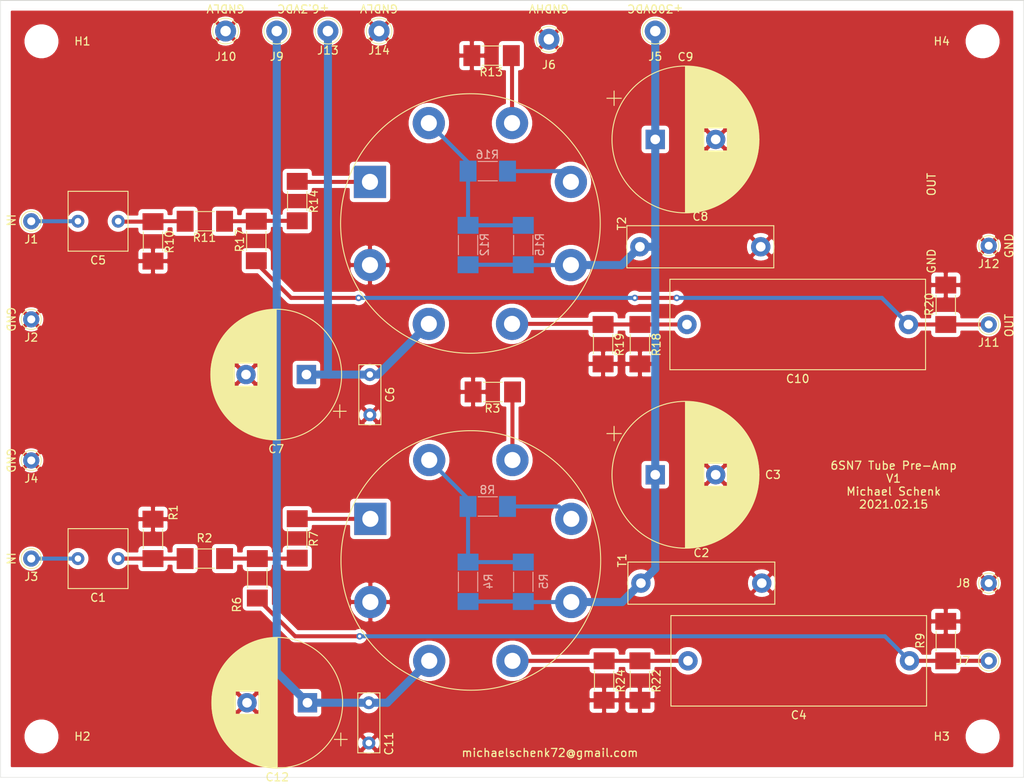
<source format=kicad_pcb>
(kicad_pcb (version 20171130) (host pcbnew "(5.1.9-0-10_14)")
  (layers (0 F.Cu signal) (31 B.Cu signal) (34 B.Paste user) (35 F.Paste user) (36 B.SilkS user) (37 F.SilkS user) (38 B.Mask user) (39 F.Mask user) (44 Edge.Cuts user))
  (net 0 "")
  (net 1 "Net-(C1-Pad2)")
  (net 2 "Net-(C1-Pad1)")
  (net 3 GND)
  (net 4 VDDA)
  (net 5 "Net-(C4-Pad2)")
  (net 6 "Net-(C4-Pad1)")
  (net 7 "Net-(R2-Pad1)")
  (net 8 "Net-(R3-Pad1)")
  (net 9 "Net-(R4-Pad2)")
  (net 10 "Net-(C5-Pad2)")
  (net 11 "Net-(C5-Pad1)")
  (net 12 "Net-(R11-Pad1)")
  (net 13 "Net-(C10-Pad2)")
  (net 14 "Net-(C10-Pad1)")
  (net 15 "Net-(R7-Pad1)")
  (net 16 "Net-(R8-Pad1)")
  (net 17 "Net-(R12-Pad2)")
  (net 18 "Net-(R13-Pad1)")
  (net 19 "Net-(R14-Pad1)")
  (net 20 "Net-(R16-Pad1)")
  (net 21 VDDF2)
  (net 22 VDDF1)
  (module Connector_Pin:Pin_D1.3mm_L11.0mm (layer F.Cu) (at 86.36 69.85)
    (fp_text reference J14 (at 0 2.4) (layer F.SilkS))
    (fp_text value GNDLV)
    (pad 1 thru_hole circle (at 0 0) (size 2.6 2.6) (drill 1.3) (layers *.Cu *.Mask) (net 3 GND))
  )
  (module Connector_Pin:Pin_D1.3mm_L11.0mm (layer F.Cu) (at 80.01 69.85)
    (fp_text reference J13 (at 0 2.4) (layer F.SilkS))
    (fp_text value LV2)
    (pad 1 thru_hole circle (at 0 0) (size 2.6 2.6) (drill 1.3) (layers *.Cu *.Mask) (net 21 VDDF2))
  )
  (module Capacitor_THT:C_Rect_L31.5mm_W11.0mm_P27.50mm_MKS4 (layer F.Cu) (at 152.087 106.299 180)
    (fp_text reference C10 (at 13.75 -6.75) (layer F.SilkS))
    (fp_text value 2.2uF)
    (pad 2 thru_hole circle (at 27.5 0 180) (size 2.4 2.4) (drill 1.2) (layers *.Cu *.Mask) (net 13 "Net-(C10-Pad2)"))
    (pad 1 thru_hole circle (at 0 0 180) (size 2.4 2.4) (drill 1.2) (layers *.Cu *.Mask) (net 14 "Net-(C10-Pad1)"))
  )
  (module Capacitor_THT:C_Rect_L18.0mm_W5.0mm_P15.00mm_FKS3_FKP3 (layer F.Cu) (at 118.745 96.647)
    (fp_text reference C8 (at 7.5 -3.75) (layer F.SilkS))
    (fp_text value 100nF)
    (pad 2 thru_hole circle (at 15 0) (size 2.4 2.4) (drill 1.2) (layers *.Cu *.Mask) (net 3 GND))
    (pad 1 thru_hole circle (at 0 0) (size 2.4 2.4) (drill 1.2) (layers *.Cu *.Mask) (net 4 VDDA))
  )
  (module Capacitor_THT:C_Rect_L31.5mm_W11.0mm_P27.50mm_MKS4 (layer F.Cu) (at 152.214 148.082 180)
    (fp_text reference C4 (at 13.75 -6.75) (layer F.SilkS))
    (fp_text value 2.2uF)
    (pad 2 thru_hole circle (at 27.5 0 180) (size 2.4 2.4) (drill 1.2) (layers *.Cu *.Mask) (net 5 "Net-(C4-Pad2)"))
    (pad 1 thru_hole circle (at 0 0 180) (size 2.4 2.4) (drill 1.2) (layers *.Cu *.Mask) (net 6 "Net-(C4-Pad1)"))
  )
  (module Capacitor_THT:C_Rect_L18.0mm_W5.0mm_P15.00mm_FKS3_FKP3 (layer F.Cu) (at 118.872 138.43)
    (fp_text reference C2 (at 7.5 -3.75) (layer F.SilkS))
    (fp_text value 100nF)
    (pad 2 thru_hole circle (at 15 0) (size 2.4 2.4) (drill 1.2) (layers *.Cu *.Mask) (net 3 GND))
    (pad 1 thru_hole circle (at 0 0) (size 2.4 2.4) (drill 1.2) (layers *.Cu *.Mask) (net 4 VDDA))
  )
  (module kicad-snk:TubeOctal (layer F.Cu) (at 97.703774 93.752373 270)
    (fp_text reference T2 (at 0 -18.795 90) (layer F.SilkS))
    (fp_text value 6SN7GT)
    (pad 8 thru_hole oval (at 5.166226 12.472373 270) (size 4 4) (drill 2) (layers *.Cu *.Mask) (net 3 GND))
    (pad 7 thru_hole oval (at 12.472373 5.166226 270) (size 4 4) (drill 2) (layers *.Cu *.Mask) (net 21 VDDF2))
    (pad 6 thru_hole oval (at 12.472373 -5.166226 270) (size 4 4) (drill 2) (layers *.Cu *.Mask) (net 13 "Net-(C10-Pad2)"))
    (pad 5 thru_hole oval (at 5.166226 -12.472373 270) (size 4 4) (drill 2) (layers *.Cu *.Mask) (net 4 VDDA))
    (pad 4 thru_hole oval (at -5.166226 -12.472373 270) (size 4 4) (drill 2) (layers *.Cu *.Mask) (net 20 "Net-(R16-Pad1)"))
    (pad 3 thru_hole oval (at -12.472373 -5.166226 270) (size 4 4) (drill 2) (layers *.Cu *.Mask) (net 18 "Net-(R13-Pad1)"))
    (pad 2 thru_hole oval (at -12.472373 5.166226 270) (size 4 4) (drill 2) (layers *.Cu *.Mask) (net 17 "Net-(R12-Pad2)"))
    (pad 1 thru_hole rect (at -5.166226 12.472373 270) (size 4 4) (drill 2) (layers *.Cu *.Mask) (net 19 "Net-(R14-Pad1)"))
  )
  (module kicad-snk:TubeOctal (layer F.Cu) (at 97.752873 135.613274 270)
    (fp_text reference T1 (at 0 -18.795 90) (layer F.SilkS))
    (fp_text value 6SN7GT)
    (pad 8 thru_hole oval (at 5.166226 12.472373 270) (size 4 4) (drill 2) (layers *.Cu *.Mask) (net 3 GND))
    (pad 7 thru_hole oval (at 12.472373 5.166226 270) (size 4 4) (drill 2) (layers *.Cu *.Mask) (net 22 VDDF1))
    (pad 6 thru_hole oval (at 12.472373 -5.166226 270) (size 4 4) (drill 2) (layers *.Cu *.Mask) (net 5 "Net-(C4-Pad2)"))
    (pad 5 thru_hole oval (at 5.166226 -12.472373 270) (size 4 4) (drill 2) (layers *.Cu *.Mask) (net 4 VDDA))
    (pad 4 thru_hole oval (at -5.166226 -12.472373 270) (size 4 4) (drill 2) (layers *.Cu *.Mask) (net 16 "Net-(R8-Pad1)"))
    (pad 3 thru_hole oval (at -12.472373 -5.166226 270) (size 4 4) (drill 2) (layers *.Cu *.Mask) (net 8 "Net-(R3-Pad1)"))
    (pad 2 thru_hole oval (at -12.472373 5.166226 270) (size 4 4) (drill 2) (layers *.Cu *.Mask) (net 9 "Net-(R4-Pad2)"))
    (pad 1 thru_hole rect (at -5.166226 12.472373 270) (size 4 4) (drill 2) (layers *.Cu *.Mask) (net 15 "Net-(R7-Pad1)"))
  )
  (module Resistor_SMD:R_MELF_MMB-0207 (layer F.Cu) (at 114.3 150.532 270)
    (fp_text reference R24 (at 0.05 -2.05 90) (layer F.SilkS))
    (fp_text value 47k/1W)
    (pad 2 smd rect (at 2.45 0 270) (size 2.1 2.6) (layers F.Cu F.Paste F.Mask) (net 3 GND))
    (pad 1 smd rect (at -2.45 0 270) (size 2.1 2.6) (layers F.Cu F.Paste F.Mask) (net 5 "Net-(C4-Pad2)"))
  )
  (module Resistor_SMD:R_MELF_MMB-0207 (layer F.Cu) (at 118.745 150.532 270)
    (fp_text reference R22 (at 0.05 -2.05 90) (layer F.SilkS))
    (fp_text value 47k/1W)
    (pad 2 smd rect (at 2.45 0 270) (size 2.1 2.6) (layers F.Cu F.Paste F.Mask) (net 3 GND))
    (pad 1 smd rect (at -2.45 0 270) (size 2.1 2.6) (layers F.Cu F.Paste F.Mask) (net 5 "Net-(C4-Pad2)"))
  )
  (module Resistor_SMD:R_MELF_MMB-0207 (layer F.Cu) (at 156.718 103.849 90)
    (fp_text reference R20 (at 0.05 -2.05 90) (layer F.SilkS))
    (fp_text value 1Meg)
    (pad 2 smd rect (at 2.45 0 90) (size 2.1 2.6) (layers F.Cu F.Paste F.Mask) (net 3 GND))
    (pad 1 smd rect (at -2.45 0 90) (size 2.1 2.6) (layers F.Cu F.Paste F.Mask) (net 14 "Net-(C10-Pad1)"))
  )
  (module Resistor_SMD:R_MELF_MMB-0207 (layer F.Cu) (at 114.173 108.749 270)
    (fp_text reference R19 (at 0.05 -2.05 90) (layer F.SilkS))
    (fp_text value 47k/1W)
    (pad 2 smd rect (at 2.45 0 270) (size 2.1 2.6) (layers F.Cu F.Paste F.Mask) (net 3 GND))
    (pad 1 smd rect (at -2.45 0 270) (size 2.1 2.6) (layers F.Cu F.Paste F.Mask) (net 13 "Net-(C10-Pad2)"))
  )
  (module Resistor_SMD:R_MELF_MMB-0207 (layer F.Cu) (at 118.745 108.749 270)
    (fp_text reference R18 (at 0.05 -2.05 90) (layer F.SilkS))
    (fp_text value 47k/1W)
    (pad 2 smd rect (at 2.45 0 270) (size 2.1 2.6) (layers F.Cu F.Paste F.Mask) (net 3 GND))
    (pad 1 smd rect (at -2.45 0 270) (size 2.1 2.6) (layers F.Cu F.Paste F.Mask) (net 13 "Net-(C10-Pad2)"))
  )
  (module Resistor_SMD:R_MELF_MMB-0207 (layer F.Cu) (at 71.12 95.922 90)
    (fp_text reference R17 (at 0.05 -2.05 90) (layer F.SilkS))
    (fp_text value 100k)
    (pad 2 smd rect (at 2.45 0 90) (size 2.1 2.6) (layers F.Cu F.Paste F.Mask) (net 12 "Net-(R11-Pad1)"))
    (pad 1 smd rect (at -2.45 0 90) (size 2.1 2.6) (layers F.Cu F.Paste F.Mask) (net 14 "Net-(C10-Pad1)"))
  )
  (module Resistor_SMD:R_MELF_MMB-0207 (layer B.Cu) (at 99.859 87.249 180)
    (fp_text reference R16 (at 0.05 2.05) (layer B.SilkS) (effects (justify mirror)))
    (fp_text value 100R)
    (pad 2 smd rect (at 2.45 0 180) (size 2.1 2.6) (layers B.Cu B.Paste B.Mask) (net 17 "Net-(R12-Pad2)"))
    (pad 1 smd rect (at -2.45 0 180) (size 2.1 2.6) (layers B.Cu B.Paste B.Mask) (net 20 "Net-(R16-Pad1)"))
  )
  (module Resistor_SMD:R_MELF_MMB-0207 (layer B.Cu) (at 104.267 96.43 90)
    (fp_text reference R15 (at 0.05 2.05 270) (layer B.SilkS) (effects (justify mirror)))
    (fp_text value 47k/1W)
    (pad 2 smd rect (at 2.45 0 90) (size 2.1 2.6) (layers B.Cu B.Paste B.Mask) (net 17 "Net-(R12-Pad2)"))
    (pad 1 smd rect (at -2.45 0 90) (size 2.1 2.6) (layers B.Cu B.Paste B.Mask) (net 4 VDDA))
  )
  (module Resistor_SMD:R_MELF_MMB-0207 (layer F.Cu) (at 76.2 90.969 270)
    (fp_text reference R14 (at 0.05 -2.05 90) (layer F.SilkS))
    (fp_text value 100R)
    (pad 2 smd rect (at 2.45 0 270) (size 2.1 2.6) (layers F.Cu F.Paste F.Mask) (net 12 "Net-(R11-Pad1)"))
    (pad 1 smd rect (at -2.45 0 270) (size 2.1 2.6) (layers F.Cu F.Paste F.Mask) (net 19 "Net-(R14-Pad1)"))
  )
  (module Resistor_SMD:R_MELF_MMB-0207 (layer F.Cu) (at 100.33 72.898 180)
    (fp_text reference R13 (at 0.05 -2.05) (layer F.SilkS))
    (fp_text value 1k)
    (pad 2 smd rect (at 2.45 0 180) (size 2.1 2.6) (layers F.Cu F.Paste F.Mask) (net 3 GND))
    (pad 1 smd rect (at -2.45 0 180) (size 2.1 2.6) (layers F.Cu F.Paste F.Mask) (net 18 "Net-(R13-Pad1)"))
  )
  (module Resistor_SMD:R_MELF_MMB-0207 (layer B.Cu) (at 97.409 96.43 90)
    (fp_text reference R12 (at 0.05 2.05 270) (layer B.SilkS) (effects (justify mirror)))
    (fp_text value 47k/1W)
    (pad 2 smd rect (at 2.45 0 90) (size 2.1 2.6) (layers B.Cu B.Paste B.Mask) (net 17 "Net-(R12-Pad2)"))
    (pad 1 smd rect (at -2.45 0 90) (size 2.1 2.6) (layers B.Cu B.Paste B.Mask) (net 4 VDDA))
  )
  (module Resistor_SMD:R_MELF_MMB-0207 (layer F.Cu) (at 64.733 93.472 180)
    (fp_text reference R11 (at 0.05 -2.05) (layer F.SilkS))
    (fp_text value 47k)
    (pad 2 smd rect (at 2.45 0 180) (size 2.1 2.6) (layers F.Cu F.Paste F.Mask) (net 11 "Net-(C5-Pad1)"))
    (pad 1 smd rect (at -2.45 0 180) (size 2.1 2.6) (layers F.Cu F.Paste F.Mask) (net 12 "Net-(R11-Pad1)"))
  )
  (module Resistor_SMD:R_MELF_MMB-0207 (layer F.Cu) (at 58.293 95.975 270)
    (fp_text reference R10 (at 0.05 -2.05 90) (layer F.SilkS))
    (fp_text value 1Meg)
    (pad 2 smd rect (at 2.45 0 270) (size 2.1 2.6) (layers F.Cu F.Paste F.Mask) (net 3 GND))
    (pad 1 smd rect (at -2.45 0 270) (size 2.1 2.6) (layers F.Cu F.Paste F.Mask) (net 11 "Net-(C5-Pad1)"))
  )
  (module Resistor_SMD:R_MELF_MMB-0207 (layer B.Cu) (at 99.859 128.905 180)
    (fp_text reference R8 (at 0.05 2.05) (layer B.SilkS) (effects (justify mirror)))
    (fp_text value 100R)
    (pad 2 smd rect (at 2.45 0 180) (size 2.1 2.6) (layers B.Cu B.Paste B.Mask) (net 9 "Net-(R4-Pad2)"))
    (pad 1 smd rect (at -2.45 0 180) (size 2.1 2.6) (layers B.Cu B.Paste B.Mask) (net 16 "Net-(R8-Pad1)"))
  )
  (module Resistor_SMD:R_MELF_MMB-0207 (layer F.Cu) (at 76.2 132.879 270)
    (fp_text reference R7 (at 0.05 -2.05 90) (layer F.SilkS))
    (fp_text value 100R)
    (pad 2 smd rect (at 2.45 0 270) (size 2.1 2.6) (layers F.Cu F.Paste F.Mask) (net 7 "Net-(R2-Pad1)"))
    (pad 1 smd rect (at -2.45 0 270) (size 2.1 2.6) (layers F.Cu F.Paste F.Mask) (net 15 "Net-(R7-Pad1)"))
  )
  (module Resistor_SMD:R_MELF_MMB-0207 (layer F.Cu) (at 100.4835 114.681 180)
    (fp_text reference R3 (at 0.05 -2.05) (layer F.SilkS))
    (fp_text value 1k)
    (pad 2 smd rect (at 2.45 0 180) (size 2.1 2.6) (layers F.Cu F.Paste F.Mask) (net 3 GND))
    (pad 1 smd rect (at -2.45 0 180) (size 2.1 2.6) (layers F.Cu F.Paste F.Mask) (net 8 "Net-(R3-Pad1)"))
  )
  (module Connector_Pin:Pin_D1.0mm_L10.0mm (layer F.Cu) (at 162.052 96.52)
    (fp_text reference J12 (at 0 2.25) (layer F.SilkS))
    (fp_text value GNDOUT)
    (pad 1 thru_hole circle (at 0 0) (size 2 2) (drill 1) (layers *.Cu *.Mask) (net 3 GND))
  )
  (module Connector_Pin:Pin_D1.0mm_L10.0mm (layer F.Cu) (at 162.052 106.299)
    (fp_text reference J11 (at 0 2.25) (layer F.SilkS))
    (fp_text value OUT)
    (pad 1 thru_hole circle (at 0 0) (size 2 2) (drill 1) (layers *.Cu *.Mask) (net 14 "Net-(C10-Pad1)"))
  )
  (module Connector_Pin:Pin_D1.0mm_L10.0mm (layer F.Cu) (at 43.18 105.664)
    (fp_text reference J2 (at 0 2.25) (layer F.SilkS))
    (fp_text value GNDIN)
    (pad 1 thru_hole circle (at 0 0) (size 2 2) (drill 1) (layers *.Cu *.Mask) (net 3 GND))
  )
  (module Connector_Pin:Pin_D1.0mm_L10.0mm (layer F.Cu) (at 43.18 93.472)
    (fp_text reference J1 (at 0 2.25) (layer F.SilkS))
    (fp_text value IN)
    (pad 1 thru_hole circle (at 0 0) (size 2 2) (drill 1) (layers *.Cu *.Mask) (net 10 "Net-(C5-Pad2)"))
  )
  (module Capacitor_THT:CP_Radial_D18.0mm_P7.50mm (layer F.Cu) (at 120.65 83.312)
    (fp_text reference C9 (at 3.75 -10.25) (layer F.SilkS))
    (fp_text value 100uF)
    (pad 2 thru_hole circle (at 7.5 0) (size 2.4 2.4) (drill 1.2) (layers *.Cu *.Mask) (net 3 GND))
    (pad 1 thru_hole rect (at 0 0) (size 2.4 2.4) (drill 1.2) (layers *.Cu *.Mask) (net 4 VDDA))
  )
  (module Capacitor_THT:CP_Radial_D16.0mm_P7.50mm (layer F.Cu) (at 77.343 112.522 180)
    (fp_text reference C7 (at 3.75 -9.25) (layer F.SilkS))
    (fp_text value 2200uF)
    (pad 2 thru_hole circle (at 7.5 0 180) (size 2.4 2.4) (drill 1.2) (layers *.Cu *.Mask) (net 3 GND))
    (pad 1 thru_hole rect (at 0 0 180) (size 2.4 2.4) (drill 1.2) (layers *.Cu *.Mask) (net 21 VDDF2))
  )
  (module Capacitor_THT:C_Rect_L7.2mm_W2.5mm_P5.00mm_FKS2_FKP2_MKS2_MKP2 (layer F.Cu) (at 85.217 112.522 270)
    (fp_text reference C6 (at 2.5 -2.5 90) (layer F.SilkS))
    (fp_text value 100nF)
    (pad 2 thru_hole circle (at 5 0 270) (size 1.6 1.6) (drill 0.8) (layers *.Cu *.Mask) (net 3 GND))
    (pad 1 thru_hole circle (at 0 0 270) (size 1.6 1.6) (drill 0.8) (layers *.Cu *.Mask) (net 21 VDDF2))
  )
  (module Capacitor_THT:C_Rect_L7.2mm_W7.2mm_P5.00mm_FKS2_FKP2_MKS2_MKP2 (layer F.Cu) (at 53.975 93.472 180)
    (fp_text reference C5 (at 2.5 -4.85) (layer F.SilkS))
    (fp_text value 3.3uF)
    (pad 2 thru_hole circle (at 5 0 180) (size 1.6 1.6) (drill 0.8) (layers *.Cu *.Mask) (net 10 "Net-(C5-Pad2)"))
    (pad 1 thru_hole circle (at 0 0 180) (size 1.6 1.6) (drill 0.8) (layers *.Cu *.Mask) (net 11 "Net-(C5-Pad1)"))
  )
  (module Capacitor_THT:CP_Radial_D16.0mm_P7.50mm (layer F.Cu) (at 77.47 153.289 180)
    (fp_text reference C12 (at 3.75 -9.25) (layer F.SilkS))
    (fp_text value 2200uF)
    (pad 2 thru_hole circle (at 7.5 0 180) (size 2.4 2.4) (drill 1.2) (layers *.Cu *.Mask) (net 3 GND))
    (pad 1 thru_hole rect (at 0 0 180) (size 2.4 2.4) (drill 1.2) (layers *.Cu *.Mask) (net 22 VDDF1))
  )
  (module Capacitor_THT:C_Rect_L7.2mm_W2.5mm_P5.00mm_FKS2_FKP2_MKS2_MKP2 (layer F.Cu) (at 85.09 153.289 270)
    (fp_text reference C11 (at 5.08 -2.5 90) (layer F.SilkS))
    (fp_text value 100nF)
    (pad 2 thru_hole circle (at 5 0 270) (size 1.6 1.6) (drill 0.8) (layers *.Cu *.Mask) (net 3 GND))
    (pad 1 thru_hole circle (at 0 0 270) (size 1.6 1.6) (drill 0.8) (layers *.Cu *.Mask) (net 22 VDDF1))
  )
  (module Connector_Pin:Pin_D1.3mm_L11.0mm (layer F.Cu) (at 67.31 69.85)
    (fp_text reference J10 (at 0 3.175) (layer F.SilkS))
    (fp_text value GNDLV)
    (pad 1 thru_hole circle (at 0 0) (size 2.6 2.6) (drill 1.3) (layers *.Cu *.Mask) (net 3 GND))
  )
  (module Connector_Pin:Pin_D1.3mm_L11.0mm (layer F.Cu) (at 73.66 69.85)
    (fp_text reference J9 (at 0 3.175) (layer F.SilkS))
    (fp_text value LV1)
    (pad 1 thru_hole circle (at 0 0) (size 2.6 2.6) (drill 1.3) (layers *.Cu *.Mask) (net 22 VDDF1))
  )
  (module Resistor_SMD:R_MELF_MMB-0207 (layer F.Cu) (at 156.718 145.632 90)
    (fp_text reference R9 (at 0.05 -3.175 90) (layer F.SilkS))
    (fp_text value 1Meg)
    (pad 2 smd rect (at 2.45 0 90) (size 2.1 2.6) (layers F.Cu F.Paste F.Mask) (net 3 GND))
    (pad 1 smd rect (at -2.45 0 90) (size 2.1 2.6) (layers F.Cu F.Paste F.Mask) (net 6 "Net-(C4-Pad1)"))
  )
  (module Resistor_SMD:R_MELF_MMB-0207 (layer F.Cu) (at 71.247 137.832 90)
    (fp_text reference R6 (at -3.265 -2.54 90) (layer F.SilkS))
    (fp_text value 100k)
    (pad 2 smd rect (at 2.45 0 90) (size 2.1 2.6) (layers F.Cu F.Paste F.Mask) (net 7 "Net-(R2-Pad1)"))
    (pad 1 smd rect (at -2.45 0 90) (size 2.1 2.6) (layers F.Cu F.Paste F.Mask) (net 6 "Net-(C4-Pad1)"))
  )
  (module Resistor_SMD:R_MELF_MMB-0207 (layer B.Cu) (at 104.267 138.266 90)
    (fp_text reference R5 (at 0.05 2.54 270) (layer B.SilkS) (effects (justify mirror)))
    (fp_text value 47k/1W)
    (pad 2 smd rect (at 2.45 0 90) (size 2.1 2.6) (layers B.Cu B.Paste B.Mask) (net 9 "Net-(R4-Pad2)"))
    (pad 1 smd rect (at -2.45 0 90) (size 2.1 2.6) (layers B.Cu B.Paste B.Mask) (net 4 VDDA))
  )
  (module Resistor_SMD:R_MELF_MMB-0207 (layer B.Cu) (at 97.409 138.266 90)
    (fp_text reference R4 (at 0.05 2.54 270) (layer B.SilkS) (effects (justify mirror)))
    (fp_text value 47k/1W)
    (pad 2 smd rect (at 2.45 0 90) (size 2.1 2.6) (layers B.Cu B.Paste B.Mask) (net 9 "Net-(R4-Pad2)"))
    (pad 1 smd rect (at -2.45 0 90) (size 2.1 2.6) (layers B.Cu B.Paste B.Mask) (net 4 VDDA))
  )
  (module Resistor_SMD:R_MELF_MMB-0207 (layer F.Cu) (at 64.733 135.382 180)
    (fp_text reference R2 (at 0.05 2.54) (layer F.SilkS))
    (fp_text value 47k)
    (pad 2 smd rect (at 2.45 0 180) (size 2.1 2.6) (layers F.Cu F.Paste F.Mask) (net 2 "Net-(C1-Pad1)"))
    (pad 1 smd rect (at -2.45 0 180) (size 2.1 2.6) (layers F.Cu F.Paste F.Mask) (net 7 "Net-(R2-Pad1)"))
  )
  (module Resistor_SMD:R_MELF_MMB-0207 (layer F.Cu) (at 58.293 132.932 90)
    (fp_text reference R1 (at 3.265 2.54 90) (layer F.SilkS))
    (fp_text value 1Meg)
    (pad 2 smd rect (at 2.45 0 90) (size 2.1 2.6) (layers F.Cu F.Paste F.Mask) (net 3 GND))
    (pad 1 smd rect (at -2.45 0 90) (size 2.1 2.6) (layers F.Cu F.Paste F.Mask) (net 2 "Net-(C1-Pad1)"))
  )
  (module Connector_Pin:Pin_D1.0mm_L10.0mm (layer F.Cu) (at 162.052 138.43)
    (fp_text reference J8 (at -3.175 0) (layer F.SilkS))
    (fp_text value GNDOUT)
    (pad 1 thru_hole circle (at 0 0) (size 2 2) (drill 1) (layers *.Cu *.Mask) (net 3 GND))
  )
  (module Connector_Pin:Pin_D1.0mm_L10.0mm (layer F.Cu) (at 162.052 148.082)
    (fp_text reference J7 (at -3.175 0) (layer F.SilkS))
    (fp_text value OUT)
    (pad 1 thru_hole circle (at 0 0) (size 2 2) (drill 1) (layers *.Cu *.Mask) (net 6 "Net-(C4-Pad1)"))
  )
  (module Connector_Pin:Pin_D1.3mm_L11.0mm (layer F.Cu) (at 107.442 70.866)
    (fp_text reference J6 (at 0 3.175) (layer F.SilkS))
    (fp_text value GNDHV)
    (pad 1 thru_hole circle (at 0 0) (size 2.6 2.6) (drill 1.3) (layers *.Cu *.Mask) (net 3 GND))
  )
  (module Connector_Pin:Pin_D1.3mm_L11.0mm (layer F.Cu) (at 120.65 69.85)
    (fp_text reference J5 (at 0 3.175) (layer F.SilkS))
    (fp_text value HV)
    (pad 1 thru_hole circle (at 0 0) (size 2.6 2.6) (drill 1.3) (layers *.Cu *.Mask) (net 4 VDDA))
  )
  (module Connector_Pin:Pin_D1.0mm_L10.0mm (layer F.Cu) (at 43.18 123.19)
    (fp_text reference J4 (at 0 2.25) (layer F.SilkS))
    (fp_text value GNDIN)
    (pad 1 thru_hole circle (at 0 0) (size 2 2) (drill 1) (layers *.Cu *.Mask) (net 3 GND))
  )
  (module Connector_Pin:Pin_D1.0mm_L10.0mm (layer F.Cu) (at 43.18 135.382)
    (fp_text reference J3 (at 0 2.25) (layer F.SilkS))
    (fp_text value IN)
    (pad 1 thru_hole circle (at 0 0) (size 2 2) (drill 1) (layers *.Cu *.Mask) (net 1 "Net-(C1-Pad2)"))
  )
  (module MountingHole:MountingHole_3.2mm_M3 (layer F.Cu) (at 161.29 71.12)
    (fp_text reference H4 (at -5.08 0) (layer F.SilkS))
    (fp_text value MountingHole)
    (pad 1 np_thru_hole circle (at 0 0) (size 3.2 3.2) (drill 3.2) (layers *.Cu *.Mask))
  )
  (module MountingHole:MountingHole_3.2mm_M3 (layer F.Cu) (at 161.29 157.48)
    (fp_text reference H3 (at -5.08 0) (layer F.SilkS))
    (fp_text value MountingHole)
    (pad 1 np_thru_hole circle (at 0 0) (size 3.2 3.2) (drill 3.2) (layers *.Cu *.Mask))
  )
  (module MountingHole:MountingHole_3.2mm_M3 (layer F.Cu) (at 44.45 157.48)
    (fp_text reference H2 (at 5.08 0) (layer F.SilkS))
    (fp_text value MountingHole)
    (pad 1 np_thru_hole circle (at 0 0) (size 3.2 3.2) (drill 3.2) (layers *.Cu *.Mask))
  )
  (module MountingHole:MountingHole_3.2mm_M3 (layer F.Cu) (at 44.45 71.12)
    (fp_text reference H1 (at 5.08 0) (layer F.SilkS))
    (fp_text value MountingHole)
    (pad 1 np_thru_hole circle (at 0 0) (size 3.2 3.2) (drill 3.2) (layers *.Cu *.Mask))
  )
  (module Capacitor_THT:CP_Radial_D18.0mm_P7.50mm (layer F.Cu) (at 120.65 124.968)
    (fp_text reference C3 (at 14.605 0) (layer F.SilkS))
    (fp_text value 100uF)
    (pad 2 thru_hole circle (at 7.5 0) (size 2.4 2.4) (drill 1.2) (layers *.Cu *.Mask) (net 3 GND))
    (pad 1 thru_hole rect (at 0 0) (size 2.4 2.4) (drill 1.2) (layers *.Cu *.Mask) (net 4 VDDA))
  )
  (module Capacitor_THT:C_Rect_L7.2mm_W7.2mm_P5.00mm_FKS2_FKP2_MKS2_MKP2 (layer F.Cu) (at 53.975 135.382 180)
    (fp_text reference C1 (at 2.5 -4.85) (layer F.SilkS))
    (fp_text value 3.3uF)
    (pad 2 thru_hole circle (at 5 0 180) (size 1.6 1.6) (drill 0.8) (layers *.Cu *.Mask) (net 1 "Net-(C1-Pad2)"))
    (pad 1 thru_hole circle (at 0 0 180) (size 1.6 1.6) (drill 0.8) (layers *.Cu *.Mask) (net 2 "Net-(C1-Pad1)"))
  )
  (gr_text GNDLV (at 86.36 67.056 180) (layer F.SilkS) (effects (font (size 1 1))))
  (gr_line (start 39.37 162.56) (end 39.37 66.04) (layer Edge.Cuts) (width 0.05))
  (gr_line (start 166.37 162.56) (end 39.37 162.56) (layer Edge.Cuts) (width 0.05))
  (gr_line (start 166.37 66.04) (end 166.37 162.56) (layer Edge.Cuts) (width 0.05))
  (gr_text GNDLV (at 67.31 67.056 180) (layer F.SilkS) (effects (font (size 1 1))))
  (gr_text GNDHV (at 107.442 67.056 180) (layer F.SilkS) (effects (font (size 1 1))))
  (gr_text +6.3VDC (at 76.962 67.056 180) (layer F.SilkS) (effects (font (size 1 1))))
  (gr_text +300VDC (at 120.65 67.056 180) (layer F.SilkS) (effects (font (size 1 1))))
  (gr_text OUT (at 154.94 88.9 90) (layer F.SilkS) (effects (font (size 1 1))))
  (gr_text OUT (at 164.592 106.426 90) (layer F.SilkS) (effects (font (size 1 1))))
  (gr_text GND (at 164.592 96.52 90) (layer F.SilkS) (effects (font (size 1 1))))
  (gr_text GND (at 154.94 98.425 90) (layer F.SilkS) (effects (font (size 1 1))))
  (gr_text GND (at 40.64 105.664 270) (layer F.SilkS) (effects (font (size 1 1))))
  (gr_text GND (at 40.64 123.19 270) (layer F.SilkS) (effects (font (size 1 1))))
  (gr_text IN (at 40.64 135.382 270) (layer F.SilkS) (effects (font (size 1 1))))
  (gr_text IN (at 40.64 93.345 270) (layer F.SilkS) (effects (font (size 1 1))))
  (gr_text "6SN7 Tube Pre-Amp\nV1\nMichael Schenk\n2021.02.15" (at 150.241 126.238) (layer F.SilkS) (effects (font (size 1 1))))
  (gr_text michaelschenk72@gmail.com (at 107.569 159.512) (layer F.SilkS) (effects (font (size 1 1))))
  (gr_line (start 39.37 66.04) (end 166.37 66.04) (layer Edge.Cuts) (width 0.1))
  (segment (start 43.18 135.382) (end 48.975 135.382) (width 0.5) (layer B.Cu) (net 1))
  (segment (start 53.975 135.382) (end 58.293 135.382) (width 0.5) (layer F.Cu) (net 2))
  (segment (start 58.293 135.382) (end 62.283 135.382) (width 0.5) (layer F.Cu) (net 2))
  (segment (start 104.3305 140.7795) (end 104.267 140.716) (width 0.5) (layer B.Cu) (net 4))
  (segment (start 110.225246 140.7795) (end 104.3305 140.7795) (width 0.5) (layer B.Cu) (net 4))
  (segment (start 104.267 140.716) (end 97.409 140.716) (width 0.5) (layer B.Cu) (net 4))
  (segment (start 104.305599 98.918599) (end 104.267 98.88) (width 0.5) (layer B.Cu) (net 4))
  (segment (start 110.176147 98.918599) (end 104.305599 98.918599) (width 0.5) (layer B.Cu) (net 4))
  (segment (start 104.267 98.88) (end 97.409 98.88) (width 0.5) (layer B.Cu) (net 4))
  (segment (start 120.65 69.85) (end 120.65 83.312) (width 1) (layer B.Cu) (net 4))
  (segment (start 118.745 96.647) (end 120.65 96.647) (width 1) (layer B.Cu) (net 4))
  (segment (start 120.65 96.647) (end 120.65 124.968) (width 1) (layer B.Cu) (net 4))
  (segment (start 120.65 83.312) (end 120.65 96.647) (width 1) (layer B.Cu) (net 4))
  (segment (start 116.473401 98.918599) (end 118.745 96.647) (width 1) (layer B.Cu) (net 4))
  (segment (start 110.176147 98.918599) (end 116.473401 98.918599) (width 1) (layer B.Cu) (net 4))
  (segment (start 116.5225 140.7795) (end 118.872 138.43) (width 1) (layer B.Cu) (net 4))
  (segment (start 110.225246 140.7795) (end 116.5225 140.7795) (width 1) (layer B.Cu) (net 4))
  (segment (start 120.65 136.652) (end 118.872 138.43) (width 1) (layer B.Cu) (net 4))
  (segment (start 120.65 124.968) (end 120.65 136.652) (width 1) (layer B.Cu) (net 4))
  (segment (start 114.296353 148.085647) (end 114.3 148.082) (width 0.5) (layer F.Cu) (net 5))
  (segment (start 102.919099 148.085647) (end 114.296353 148.085647) (width 0.5) (layer F.Cu) (net 5))
  (segment (start 114.3 148.082) (end 118.745 148.082) (width 0.5) (layer F.Cu) (net 5))
  (segment (start 118.745 148.082) (end 124.714 148.082) (width 0.5) (layer F.Cu) (net 5))
  (segment (start 152.214 148.082) (end 156.718 148.082) (width 0.5) (layer F.Cu) (net 6))
  (segment (start 156.718 148.082) (end 162.052 148.082) (width 0.5) (layer F.Cu) (net 6))
  (segment (start 71.247 140.282) (end 71.247 140.335) (width 0.5) (layer F.Cu) (net 6))
  (via (at 83.947 145.034) (size 0.8) (drill 0.4) (layers F.Cu B.Cu) (net 6))
  (segment (start 75.946 145.034) (end 83.947 145.034) (width 0.5) (layer F.Cu) (net 6))
  (segment (start 71.247 140.335) (end 75.946 145.034) (width 0.5) (layer F.Cu) (net 6))
  (segment (start 149.166 145.034) (end 152.214 148.082) (width 0.5) (layer B.Cu) (net 6))
  (segment (start 83.947 145.034) (end 149.166 145.034) (width 0.5) (layer B.Cu) (net 6))
  (segment (start 67.183 135.382) (end 71.247 135.382) (width 0.5) (layer F.Cu) (net 7))
  (segment (start 76.147 135.382) (end 76.2 135.329) (width 0.5) (layer F.Cu) (net 7))
  (segment (start 71.247 135.382) (end 76.147 135.382) (width 0.5) (layer F.Cu) (net 7))
  (segment (start 102.919099 114.695401) (end 102.9335 114.681) (width 0.5) (layer F.Cu) (net 8))
  (segment (start 102.919099 123.140901) (end 102.919099 114.695401) (width 0.5) (layer F.Cu) (net 8))
  (segment (start 104.267 135.816) (end 97.409 135.816) (width 0.5) (layer B.Cu) (net 9))
  (segment (start 97.409 135.816) (end 97.409 128.905) (width 0.5) (layer B.Cu) (net 9))
  (segment (start 97.409 127.963254) (end 92.586647 123.140901) (width 0.5) (layer B.Cu) (net 9))
  (segment (start 97.409 128.905) (end 97.409 127.963254) (width 0.5) (layer B.Cu) (net 9))
  (segment (start 48.975 93.472) (end 43.18 93.472) (width 0.5) (layer B.Cu) (net 10))
  (segment (start 58.346 93.472) (end 58.293 93.525) (width 0.5) (layer F.Cu) (net 11))
  (segment (start 62.283 93.472) (end 58.346 93.472) (width 0.5) (layer F.Cu) (net 11))
  (segment (start 54.028 93.525) (end 53.975 93.472) (width 0.5) (layer F.Cu) (net 11))
  (segment (start 58.293 93.525) (end 54.028 93.525) (width 0.5) (layer F.Cu) (net 11))
  (segment (start 71.173 93.419) (end 71.12 93.472) (width 0.5) (layer F.Cu) (net 12))
  (segment (start 76.2 93.419) (end 71.173 93.419) (width 0.5) (layer F.Cu) (net 12))
  (segment (start 71.12 93.472) (end 67.183 93.472) (width 0.5) (layer F.Cu) (net 12))
  (segment (start 114.098746 106.224746) (end 114.173 106.299) (width 0.5) (layer F.Cu) (net 13))
  (segment (start 102.87 106.224746) (end 114.098746 106.224746) (width 0.5) (layer F.Cu) (net 13))
  (segment (start 114.173 106.299) (end 118.745 106.299) (width 0.5) (layer F.Cu) (net 13))
  (segment (start 118.745 106.299) (end 124.587 106.299) (width 0.5) (layer F.Cu) (net 13))
  (segment (start 152.087 106.299) (end 156.718 106.299) (width 0.5) (layer F.Cu) (net 14))
  (segment (start 156.718 106.299) (end 162.052 106.299) (width 0.5) (layer F.Cu) (net 14))
  (segment (start 71.12 98.372) (end 71.12 98.679) (width 0.5) (layer F.Cu) (net 14))
  (via (at 83.82 102.997) (size 0.8) (drill 0.4) (layers F.Cu B.Cu) (net 14))
  (segment (start 75.438 102.997) (end 83.82 102.997) (width 0.5) (layer F.Cu) (net 14))
  (segment (start 71.12 98.679) (end 75.438 102.997) (width 0.5) (layer F.Cu) (net 14))
  (via (at 118.11 102.997) (size 0.8) (drill 0.4) (layers F.Cu B.Cu) (net 14))
  (segment (start 83.82 102.997) (end 118.11 102.997) (width 0.5) (layer B.Cu) (net 14))
  (via (at 123.317 102.997) (size 0.8) (drill 0.4) (layers F.Cu B.Cu) (net 14))
  (segment (start 118.11 102.997) (end 123.317 102.997) (width 0.5) (layer F.Cu) (net 14))
  (segment (start 148.785 102.997) (end 152.087 106.299) (width 0.5) (layer B.Cu) (net 14))
  (segment (start 123.317 102.997) (end 148.785 102.997) (width 0.5) (layer B.Cu) (net 14))
  (segment (start 76.218048 130.447048) (end 76.2 130.429) (width 0.5) (layer F.Cu) (net 15))
  (segment (start 85.2805 130.447048) (end 76.218048 130.447048) (width 0.5) (layer F.Cu) (net 15))
  (segment (start 108.683198 128.905) (end 110.225246 130.447048) (width 0.5) (layer B.Cu) (net 16))
  (segment (start 102.309 128.905) (end 108.683198 128.905) (width 0.5) (layer B.Cu) (net 16))
  (segment (start 104.267 93.98) (end 97.409 93.98) (width 0.5) (layer B.Cu) (net 17))
  (segment (start 97.409 93.98) (end 97.409 87.249) (width 0.5) (layer B.Cu) (net 17))
  (segment (start 97.409 86.151452) (end 92.537548 81.28) (width 0.5) (layer B.Cu) (net 17))
  (segment (start 97.409 87.249) (end 97.409 86.151452) (width 0.5) (layer B.Cu) (net 17))
  (segment (start 102.87 72.988) (end 102.78 72.898) (width 0.5) (layer F.Cu) (net 18))
  (segment (start 102.87 81.28) (end 102.87 72.988) (width 0.5) (layer F.Cu) (net 18))
  (segment (start 76.267147 88.586147) (end 76.2 88.519) (width 0.5) (layer F.Cu) (net 19))
  (segment (start 85.231401 88.586147) (end 76.267147 88.586147) (width 0.5) (layer F.Cu) (net 19))
  (segment (start 108.839 87.249) (end 110.176147 88.586147) (width 0.5) (layer B.Cu) (net 20))
  (segment (start 102.309 87.249) (end 108.839 87.249) (width 0.5) (layer B.Cu) (net 20))
  (segment (start 80.01 69.85) (end 80.01 112.395) (width 1) (layer B.Cu) (net 21))
  (segment (start 80.137 112.522) (end 85.217 112.522) (width 1) (layer B.Cu) (net 21))
  (segment (start 80.01 112.395) (end 80.137 112.522) (width 1) (layer B.Cu) (net 21))
  (segment (start 77.343 112.522) (end 80.137 112.522) (width 1) (layer B.Cu) (net 21))
  (segment (start 86.240294 112.522) (end 92.537548 106.224746) (width 1) (layer B.Cu) (net 21))
  (segment (start 85.217 112.522) (end 86.240294 112.522) (width 1) (layer B.Cu) (net 21))
  (segment (start 77.47 153.289) (end 85.09 153.289) (width 1) (layer B.Cu) (net 22))
  (segment (start 87.383294 153.289) (end 92.586647 148.085647) (width 1) (layer B.Cu) (net 22))
  (segment (start 85.09 153.289) (end 87.383294 153.289) (width 1) (layer B.Cu) (net 22))
  (segment (start 73.66 149.479) (end 77.47 153.289) (width 1) (layer B.Cu) (net 22))
  (segment (start 73.66 69.85) (end 73.66 149.479) (width 1) (layer B.Cu) (net 22))
  (zone (net 3) (net_name GND) (layer F.Cu) (connect_pads (clearance 0.508)) (min_thickness 0.254) (fill yes (arc_segments 32) (thermal_gap 0.508) (thermal_bridge_width 0.508))
    (polygon (pts (xy 165.1 161.29) (xy 40.64 161.29) (xy 40.64 67.31) (xy 165.1 67.31)))
  )
)
</source>
